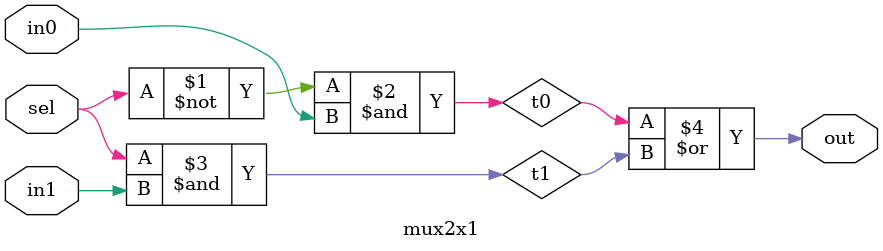
<source format=v>
`timescale 1ns / 1ps


module mux2x1(
    output out,
    input in0,
    input in1,
    input sel
    );
    
    wire t0, t1;
    and(t0, ~sel, in0);
    and(t1, sel, in1);
    or(out, t0, t1);
endmodule

</source>
